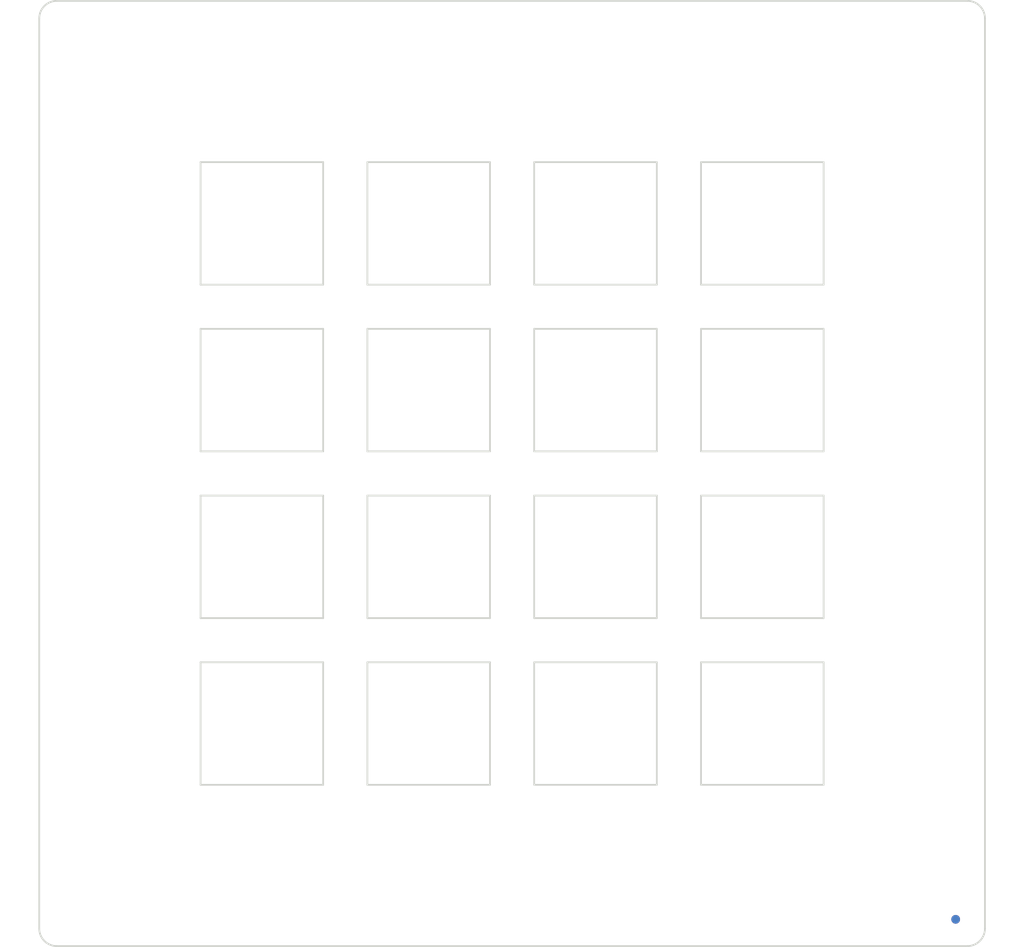
<source format=kicad_pcb>
(kicad_pcb (version 20171130) (host pcbnew "(5.1.6)-1")

  (general
    (thickness 1.6)
    (drawings 72)
    (tracks 0)
    (zones 0)
    (modules 9)
    (nets 2)
  )

  (page A4)
  (layers
    (0 F.Cu signal)
    (31 B.Cu signal)
    (32 B.Adhes user)
    (33 F.Adhes user)
    (34 B.Paste user)
    (35 F.Paste user)
    (36 B.SilkS user)
    (37 F.SilkS user)
    (38 B.Mask user)
    (39 F.Mask user)
    (40 Dwgs.User user)
    (41 Cmts.User user)
    (42 Eco1.User user)
    (43 Eco2.User user)
    (44 Edge.Cuts user)
    (45 Margin user)
    (46 B.CrtYd user)
    (47 F.CrtYd user)
    (48 B.Fab user)
    (49 F.Fab user)
  )

  (setup
    (last_trace_width 0.25)
    (trace_clearance 0.2)
    (zone_clearance 0.508)
    (zone_45_only no)
    (trace_min 0.2)
    (via_size 0.8)
    (via_drill 0.4)
    (via_min_size 0.4)
    (via_min_drill 0.3)
    (uvia_size 0.3)
    (uvia_drill 0.1)
    (uvias_allowed no)
    (uvia_min_size 0.2)
    (uvia_min_drill 0.1)
    (edge_width 0.05)
    (segment_width 0.2)
    (pcb_text_width 0.3)
    (pcb_text_size 1.5 1.5)
    (mod_edge_width 0.12)
    (mod_text_size 1 1)
    (mod_text_width 0.15)
    (pad_size 1.524 1.524)
    (pad_drill 0.762)
    (pad_to_mask_clearance 0.051)
    (solder_mask_min_width 0.25)
    (aux_axis_origin 0 0)
    (visible_elements 7FFFFFFF)
    (pcbplotparams
      (layerselection 0x010f0_ffffffff)
      (usegerberextensions true)
      (usegerberattributes false)
      (usegerberadvancedattributes false)
      (creategerberjobfile false)
      (excludeedgelayer true)
      (linewidth 0.100000)
      (plotframeref false)
      (viasonmask false)
      (mode 1)
      (useauxorigin false)
      (hpglpennumber 1)
      (hpglpenspeed 20)
      (hpglpendiameter 15.000000)
      (psnegative false)
      (psa4output false)
      (plotreference true)
      (plotvalue true)
      (plotinvisibletext false)
      (padsonsilk false)
      (subtractmaskfromsilk true)
      (outputformat 1)
      (mirror false)
      (drillshape 0)
      (scaleselection 1)
      (outputdirectory "Gerbers/"))
  )

  (net 0 "")
  (net 1 GND)

  (net_class Default "Ceci est la Netclass par défaut."
    (clearance 0.2)
    (trace_width 0.25)
    (via_dia 0.8)
    (via_drill 0.4)
    (uvia_dia 0.3)
    (uvia_drill 0.1)
    (add_net GND)
  )

  (module MountingHole:MountingHole_3.2mm_M3 (layer F.Cu) (tedit 56D1B4CB) (tstamp 5F41B131)
    (at 101.956252 97.4875)
    (descr "Mounting Hole 3.2mm, no annular, M3")
    (tags "mounting hole 3.2mm no annular m3")
    (attr virtual)
    (fp_text reference REF** (at 0 -4.2) (layer Dwgs.User)
      (effects (font (size 1 1) (thickness 0.15)))
    )
    (fp_text value MountingHole_3.2mm_M3 (at 0 4.2) (layer F.Fab)
      (effects (font (size 1 1) (thickness 0.15)))
    )
    (fp_text user %R (at 0.3 0) (layer F.Fab)
      (effects (font (size 1 1) (thickness 0.15)))
    )
    (fp_circle (center 0 0) (end 3.2 0) (layer Cmts.User) (width 0.15))
    (fp_circle (center 0 0) (end 3.45 0) (layer F.CrtYd) (width 0.05))
    (pad 1 np_thru_hole circle (at 0 0) (size 3.2 3.2) (drill 3.2) (layers *.Cu *.Mask))
  )

  (module MountingHole:MountingHole_3.2mm_M3 (layer F.Cu) (tedit 56D1B4CB) (tstamp 5F41B105)
    (at 101.956252 146.4875)
    (descr "Mounting Hole 3.2mm, no annular, M3")
    (tags "mounting hole 3.2mm no annular m3")
    (attr virtual)
    (fp_text reference REF** (at 0 -4.2) (layer Dwgs.User)
      (effects (font (size 1 1) (thickness 0.15)))
    )
    (fp_text value MountingHole_3.2mm_M3 (at 0 4.2) (layer F.Fab)
      (effects (font (size 1 1) (thickness 0.15)))
    )
    (fp_text user %R (at 0.3 0) (layer F.Fab)
      (effects (font (size 1 1) (thickness 0.15)))
    )
    (fp_circle (center 0 0) (end 3.2 0) (layer Cmts.User) (width 0.15))
    (fp_circle (center 0 0) (end 3.45 0) (layer F.CrtYd) (width 0.05))
    (pad 1 np_thru_hole circle (at 0 0) (size 3.2 3.2) (drill 3.2) (layers *.Cu *.Mask))
  )

  (module MountingHole:MountingHole_3.2mm_M3 (layer F.Cu) (tedit 56D1B4CB) (tstamp 5F41B0D9)
    (at 150.956252 146.4875)
    (descr "Mounting Hole 3.2mm, no annular, M3")
    (tags "mounting hole 3.2mm no annular m3")
    (attr virtual)
    (fp_text reference REF** (at 0 -4.2) (layer Dwgs.User)
      (effects (font (size 1 1) (thickness 0.15)))
    )
    (fp_text value MountingHole_3.2mm_M3 (at 0 4.2) (layer F.Fab)
      (effects (font (size 1 1) (thickness 0.15)))
    )
    (fp_text user %R (at 0.3 0) (layer F.Fab)
      (effects (font (size 1 1) (thickness 0.15)))
    )
    (fp_circle (center 0 0) (end 3.2 0) (layer Cmts.User) (width 0.15))
    (fp_circle (center 0 0) (end 3.45 0) (layer F.CrtYd) (width 0.05))
    (pad 1 np_thru_hole circle (at 0 0) (size 3.2 3.2) (drill 3.2) (layers *.Cu *.Mask))
  )

  (module MountingHole:MountingHole_3.2mm_M3 (layer F.Cu) (tedit 56D1B4CB) (tstamp 5F41B0AD)
    (at 199.956252 146.4875)
    (descr "Mounting Hole 3.2mm, no annular, M3")
    (tags "mounting hole 3.2mm no annular m3")
    (attr virtual)
    (fp_text reference REF** (at 0 -4.2) (layer Dwgs.User)
      (effects (font (size 1 1) (thickness 0.15)))
    )
    (fp_text value MountingHole_3.2mm_M3 (at 0 4.2) (layer F.Fab)
      (effects (font (size 1 1) (thickness 0.15)))
    )
    (fp_text user %R (at 0.3 0) (layer F.Fab)
      (effects (font (size 1 1) (thickness 0.15)))
    )
    (fp_circle (center 0 0) (end 3.2 0) (layer Cmts.User) (width 0.15))
    (fp_circle (center 0 0) (end 3.45 0) (layer F.CrtYd) (width 0.05))
    (pad 1 np_thru_hole circle (at 0 0) (size 3.2 3.2) (drill 3.2) (layers *.Cu *.Mask))
  )

  (module MountingHole:MountingHole_3.2mm_M3 (layer F.Cu) (tedit 56D1B4CB) (tstamp 5F41B081)
    (at 199.956252 97.4875)
    (descr "Mounting Hole 3.2mm, no annular, M3")
    (tags "mounting hole 3.2mm no annular m3")
    (attr virtual)
    (fp_text reference REF** (at 0 -4.2) (layer Dwgs.User)
      (effects (font (size 1 1) (thickness 0.15)))
    )
    (fp_text value MountingHole_3.2mm_M3 (at 0 4.2) (layer F.Fab)
      (effects (font (size 1 1) (thickness 0.15)))
    )
    (fp_text user %R (at 0.3 0) (layer F.Fab)
      (effects (font (size 1 1) (thickness 0.15)))
    )
    (fp_circle (center 0 0) (end 3.2 0) (layer Cmts.User) (width 0.15))
    (fp_circle (center 0 0) (end 3.45 0) (layer F.CrtYd) (width 0.05))
    (pad 1 np_thru_hole circle (at 0 0) (size 3.2 3.2) (drill 3.2) (layers *.Cu *.Mask))
  )

  (module MountingHole:MountingHole_3.2mm_M3 (layer F.Cu) (tedit 56D1B4CB) (tstamp 5F41B054)
    (at 199.956252 48.4875)
    (descr "Mounting Hole 3.2mm, no annular, M3")
    (tags "mounting hole 3.2mm no annular m3")
    (attr virtual)
    (fp_text reference REF** (at 0 -4.2) (layer Dwgs.User)
      (effects (font (size 1 1) (thickness 0.15)))
    )
    (fp_text value MountingHole_3.2mm_M3 (at 0 4.2) (layer F.Fab)
      (effects (font (size 1 1) (thickness 0.15)))
    )
    (fp_text user %R (at 0.3 0) (layer F.Fab)
      (effects (font (size 1 1) (thickness 0.15)))
    )
    (fp_circle (center 0 0) (end 3.2 0) (layer Cmts.User) (width 0.15))
    (fp_circle (center 0 0) (end 3.45 0) (layer F.CrtYd) (width 0.05))
    (pad 1 np_thru_hole circle (at 0 0) (size 3.2 3.2) (drill 3.2) (layers *.Cu *.Mask))
  )

  (module MountingHole:MountingHole_3.2mm_M3 (layer F.Cu) (tedit 56D1B4CB) (tstamp 5F41B027)
    (at 150.956252 48.4875)
    (descr "Mounting Hole 3.2mm, no annular, M3")
    (tags "mounting hole 3.2mm no annular m3")
    (attr virtual)
    (fp_text reference REF** (at 0 -4.2) (layer Dwgs.User)
      (effects (font (size 1 1) (thickness 0.15)))
    )
    (fp_text value MountingHole_3.2mm_M3 (at 0 4.2) (layer F.Fab)
      (effects (font (size 1 1) (thickness 0.15)))
    )
    (fp_text user %R (at 0.3 0) (layer F.Fab)
      (effects (font (size 1 1) (thickness 0.15)))
    )
    (fp_circle (center 0 0) (end 3.2 0) (layer Cmts.User) (width 0.15))
    (fp_circle (center 0 0) (end 3.45 0) (layer F.CrtYd) (width 0.05))
    (pad 1 np_thru_hole circle (at 0 0) (size 3.2 3.2) (drill 3.2) (layers *.Cu *.Mask))
  )

  (module MountingHole:MountingHole_3.2mm_M3 (layer F.Cu) (tedit 56D1B4CB) (tstamp 5F41AFFB)
    (at 101.956252 48.4875)
    (descr "Mounting Hole 3.2mm, no annular, M3")
    (tags "mounting hole 3.2mm no annular m3")
    (attr virtual)
    (fp_text reference REF** (at 0 -4.2) (layer Dwgs.User)
      (effects (font (size 1 1) (thickness 0.15)))
    )
    (fp_text value MountingHole_3.2mm_M3 (at 0 4.2) (layer F.Fab)
      (effects (font (size 1 1) (thickness 0.15)))
    )
    (fp_text user %R (at 0.3 0) (layer F.Fab)
      (effects (font (size 1 1) (thickness 0.15)))
    )
    (fp_circle (center 0 0) (end 3.2 0) (layer Cmts.User) (width 0.15))
    (fp_circle (center 0 0) (end 3.45 0) (layer F.CrtYd) (width 0.05))
    (pad 1 np_thru_hole circle (at 0 0) (size 3.2 3.2) (drill 3.2) (layers *.Cu *.Mask))
  )

  (module Aurelien-Keeb-Parts:SMDKeebPad (layer F.Cu) (tedit 5F3C3431) (tstamp 5F3C3BF3)
    (at 201.6125 148.43125)
    (path /5F3C33C4)
    (fp_text reference R1 (at 0 -2) (layer Dwgs.User)
      (effects (font (size 1 1) (thickness 0.15)))
    )
    (fp_text value R (at 0 2) (layer Dwgs.User)
      (effects (font (size 1 1) (thickness 0.15)))
    )
    (pad 2 smd circle (at 0 0) (size 1 1) (layers B.Cu)
      (net 1 GND))
    (pad 1 smd circle (at 0 0) (size 1 1) (layers F.Cu)
      (net 1 GND))
  )

  (gr_line (start 115.381253 61.9125) (end 115.381253 75.912501) (layer Edge.Cuts) (width 0.2))
  (gr_line (start 167.48125 75.912501) (end 167.48125 61.9125) (layer Edge.Cuts) (width 0.2))
  (gr_line (start 134.431253 119.0625) (end 134.431253 133.062499) (layer Edge.Cuts) (width 0.2))
  (gr_line (start 202.956252 151.4875) (end 98.956252 151.4875) (layer Edge.Cuts) (width 0.2))
  (gr_line (start 115.381253 94.962499) (end 129.381254 94.962499) (layer Edge.Cuts) (width 0.2))
  (gr_line (start 186.531252 114.012498) (end 186.531252 100.012498) (layer Edge.Cuts) (width 0.2))
  (gr_line (start 115.381253 133.062499) (end 129.381254 133.062499) (layer Edge.Cuts) (width 0.2))
  (gr_line (start 172.531253 100.012498) (end 172.531253 114.012498) (layer Edge.Cuts) (width 0.2))
  (gr_line (start 172.531253 119.0625) (end 172.531253 133.062499) (layer Edge.Cuts) (width 0.2))
  (gr_line (start 172.531253 114.012498) (end 186.531252 114.012498) (layer Edge.Cuts) (width 0.2))
  (gr_line (start 153.481251 100.012498) (end 153.481251 114.012498) (layer Edge.Cuts) (width 0.2))
  (gr_line (start 148.431252 133.062499) (end 148.431252 119.0625) (layer Edge.Cuts) (width 0.2))
  (gr_line (start 167.48125 114.012498) (end 167.48125 100.012498) (layer Edge.Cuts) (width 0.2))
  (gr_line (start 167.48125 133.062499) (end 167.48125 119.0625) (layer Edge.Cuts) (width 0.2))
  (gr_line (start 134.431253 133.062499) (end 148.431252 133.062499) (layer Edge.Cuts) (width 0.2))
  (gr_line (start 167.48125 100.012498) (end 153.481251 100.012498) (layer Edge.Cuts) (width 0.2))
  (gr_line (start 153.481251 119.0625) (end 153.481251 133.062499) (layer Edge.Cuts) (width 0.2))
  (gr_line (start 172.531253 94.962499) (end 186.531252 94.962499) (layer Edge.Cuts) (width 0.2))
  (gr_line (start 172.531253 133.062499) (end 186.531252 133.062499) (layer Edge.Cuts) (width 0.2))
  (gr_line (start 134.431253 94.962499) (end 148.431252 94.962499) (layer Edge.Cuts) (width 0.2))
  (gr_line (start 129.381254 75.912501) (end 129.381254 61.9125) (layer Edge.Cuts) (width 0.2))
  (gr_line (start 134.431253 100.012498) (end 134.431253 114.012498) (layer Edge.Cuts) (width 0.2))
  (gr_line (start 153.481251 80.9625) (end 153.481251 94.962499) (layer Edge.Cuts) (width 0.2))
  (gr_line (start 186.531252 119.0625) (end 172.531253 119.0625) (layer Edge.Cuts) (width 0.2))
  (gr_line (start 129.381254 80.9625) (end 115.381253 80.9625) (layer Edge.Cuts) (width 0.2))
  (gr_line (start 134.431253 75.912501) (end 148.431252 75.912501) (layer Edge.Cuts) (width 0.2))
  (gr_line (start 129.381254 133.062499) (end 129.381254 119.0625) (layer Edge.Cuts) (width 0.2))
  (gr_line (start 129.381254 119.0625) (end 115.381253 119.0625) (layer Edge.Cuts) (width 0.2))
  (gr_line (start 167.48125 61.9125) (end 153.481251 61.9125) (layer Edge.Cuts) (width 0.2))
  (gr_line (start 153.481251 133.062499) (end 167.48125 133.062499) (layer Edge.Cuts) (width 0.2))
  (gr_curve (pts (xy 204.956252 149.4875) (xy 204.956252 150.592069) (xy 204.060822 151.4875) (xy 202.956252 151.4875)) (layer Edge.Cuts) (width 0.2))
  (gr_line (start 153.481251 61.9125) (end 153.481251 75.912501) (layer Edge.Cuts) (width 0.2))
  (gr_line (start 129.381254 61.9125) (end 115.381253 61.9125) (layer Edge.Cuts) (width 0.2))
  (gr_line (start 186.531252 133.062499) (end 186.531252 119.0625) (layer Edge.Cuts) (width 0.2))
  (gr_line (start 98.956252 43.4875) (end 202.956252 43.4875) (layer Edge.Cuts) (width 0.2))
  (gr_line (start 115.381253 119.0625) (end 115.381253 133.062499) (layer Edge.Cuts) (width 0.2))
  (gr_line (start 148.431252 80.9625) (end 134.431253 80.9625) (layer Edge.Cuts) (width 0.2))
  (gr_curve (pts (xy 202.956252 43.4875) (xy 204.060822 43.4875) (xy 204.956252 44.38293) (xy 204.956252 45.4875)) (layer Edge.Cuts) (width 0.2))
  (gr_line (start 204.956252 45.4875) (end 204.956252 149.4875) (layer Edge.Cuts) (width 0.2))
  (gr_line (start 115.381253 75.912501) (end 129.381254 75.912501) (layer Edge.Cuts) (width 0.2))
  (gr_line (start 148.431252 119.0625) (end 134.431253 119.0625) (layer Edge.Cuts) (width 0.2))
  (gr_line (start 186.531252 100.012498) (end 172.531253 100.012498) (layer Edge.Cuts) (width 0.2))
  (gr_line (start 129.381254 100.012498) (end 115.381253 100.012498) (layer Edge.Cuts) (width 0.2))
  (gr_line (start 172.531253 61.9125) (end 172.531253 75.912501) (layer Edge.Cuts) (width 0.2))
  (gr_line (start 129.381254 94.962499) (end 129.381254 80.9625) (layer Edge.Cuts) (width 0.2))
  (gr_line (start 186.531252 61.9125) (end 172.531253 61.9125) (layer Edge.Cuts) (width 0.2))
  (gr_line (start 186.531252 75.912501) (end 186.531252 61.9125) (layer Edge.Cuts) (width 0.2))
  (gr_line (start 148.431252 100.012498) (end 134.431253 100.012498) (layer Edge.Cuts) (width 0.2))
  (gr_line (start 148.431252 61.9125) (end 134.431253 61.9125) (layer Edge.Cuts) (width 0.2))
  (gr_line (start 153.481251 94.962499) (end 167.48125 94.962499) (layer Edge.Cuts) (width 0.2))
  (gr_line (start 148.431252 114.012498) (end 148.431252 100.012498) (layer Edge.Cuts) (width 0.2))
  (gr_line (start 153.481251 114.012498) (end 167.48125 114.012498) (layer Edge.Cuts) (width 0.2))
  (gr_line (start 153.481251 75.912501) (end 167.48125 75.912501) (layer Edge.Cuts) (width 0.2))
  (gr_line (start 134.431253 61.9125) (end 134.431253 75.912501) (layer Edge.Cuts) (width 0.2))
  (gr_line (start 129.381254 114.012498) (end 129.381254 100.012498) (layer Edge.Cuts) (width 0.2))
  (gr_line (start 167.48125 80.9625) (end 153.481251 80.9625) (layer Edge.Cuts) (width 0.2))
  (gr_line (start 148.431252 94.962499) (end 148.431252 80.9625) (layer Edge.Cuts) (width 0.2))
  (gr_line (start 186.531252 80.9625) (end 172.531253 80.9625) (layer Edge.Cuts) (width 0.2))
  (gr_line (start 134.431253 80.9625) (end 134.431253 94.962499) (layer Edge.Cuts) (width 0.2))
  (gr_line (start 115.381253 100.012498) (end 115.381253 114.012498) (layer Edge.Cuts) (width 0.2))
  (gr_line (start 148.431252 75.912501) (end 148.431252 61.9125) (layer Edge.Cuts) (width 0.2))
  (gr_line (start 115.381253 114.012498) (end 129.381254 114.012498) (layer Edge.Cuts) (width 0.2))
  (gr_line (start 186.531252 94.962499) (end 186.531252 80.9625) (layer Edge.Cuts) (width 0.2))
  (gr_line (start 172.531253 75.912501) (end 186.531252 75.912501) (layer Edge.Cuts) (width 0.2))
  (gr_line (start 115.381253 80.9625) (end 115.381253 94.962499) (layer Edge.Cuts) (width 0.2))
  (gr_line (start 96.956252 149.4875) (end 96.956252 45.4875) (layer Edge.Cuts) (width 0.2))
  (gr_line (start 134.431253 114.012498) (end 148.431252 114.012498) (layer Edge.Cuts) (width 0.2))
  (gr_curve (pts (xy 96.956252 45.4875) (xy 96.956252 44.38293) (xy 97.851683 43.4875) (xy 98.956252 43.4875)) (layer Edge.Cuts) (width 0.2))
  (gr_curve (pts (xy 98.956252 151.4875) (xy 97.851683 151.4875) (xy 96.956252 150.592069) (xy 96.956252 149.4875)) (layer Edge.Cuts) (width 0.2))
  (gr_line (start 167.48125 94.962499) (end 167.48125 80.9625) (layer Edge.Cuts) (width 0.2))
  (gr_line (start 172.531253 80.9625) (end 172.531253 94.962499) (layer Edge.Cuts) (width 0.2))
  (gr_line (start 167.48125 119.0625) (end 153.481251 119.0625) (layer Edge.Cuts) (width 0.2))

)

</source>
